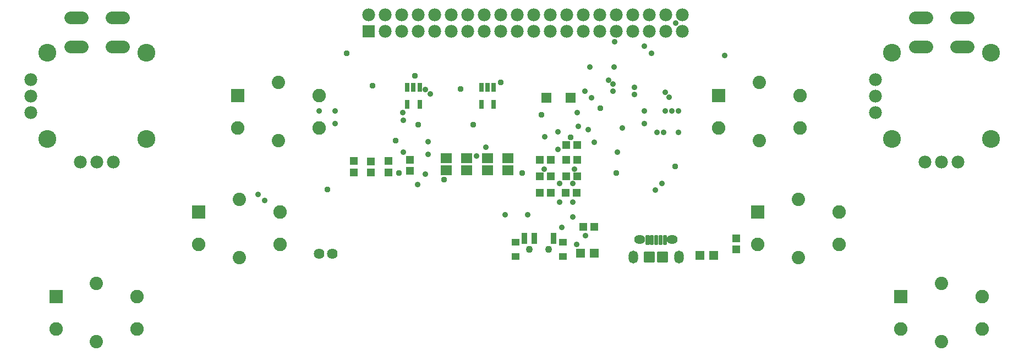
<source format=gbr>
G04 EAGLE Gerber RS-274X export*
G75*
%MOMM*%
%FSLAX34Y34*%
%LPD*%
%INSoldermask Bottom*%
%IPPOS*%
%AMOC8*
5,1,8,0,0,1.08239X$1,22.5*%
G01*
%ADD10R,1.703200X1.503200*%
%ADD11R,1.203200X1.303200*%
%ADD12R,1.403200X1.403200*%
%ADD13R,1.603200X1.603200*%
%ADD14C,0.243838*%
%ADD15C,0.362709*%
%ADD16C,1.411200*%
%ADD17C,1.473200*%
%ADD18R,1.303200X1.203200*%
%ADD19R,1.203200X1.003200*%
%ADD20R,0.903200X1.703200*%
%ADD21C,1.103200*%
%ADD22C,2.743200*%
%ADD23C,1.981200*%
%ADD24C,1.981200*%
%ADD25R,0.753200X1.403200*%
%ADD26R,1.981200X1.981200*%
%ADD27R,2.078200X2.078200*%
%ADD28C,2.078200*%
%ADD29C,2.053200*%
%ADD30C,1.625600*%
%ADD31C,0.959600*%
%ADD32C,0.909600*%


D10*
X783000Y748400D03*
X783000Y729400D03*
X688200Y748400D03*
X688200Y729400D03*
D11*
X632000Y745800D03*
X632000Y728800D03*
D10*
X751400Y748400D03*
X751400Y729400D03*
X719800Y748400D03*
X719800Y729400D03*
D12*
X1099500Y598300D03*
X1078500Y598300D03*
D13*
X842200Y841300D03*
X879200Y841300D03*
D14*
X1022179Y629002D02*
X1025837Y629002D01*
X1025837Y615946D01*
X1022179Y615946D01*
X1022179Y629002D01*
X1022179Y618262D02*
X1025837Y618262D01*
X1025837Y620578D02*
X1022179Y620578D01*
X1022179Y622894D02*
X1025837Y622894D01*
X1025837Y625210D02*
X1022179Y625210D01*
X1022179Y627526D02*
X1025837Y627526D01*
X1019233Y629002D02*
X1015575Y629002D01*
X1019233Y629002D02*
X1019233Y615946D01*
X1015575Y615946D01*
X1015575Y629002D01*
X1015575Y618262D02*
X1019233Y618262D01*
X1019233Y620578D02*
X1015575Y620578D01*
X1015575Y622894D02*
X1019233Y622894D01*
X1019233Y625210D02*
X1015575Y625210D01*
X1015575Y627526D02*
X1019233Y627526D01*
X1012629Y629002D02*
X1008971Y629002D01*
X1012629Y629002D02*
X1012629Y615946D01*
X1008971Y615946D01*
X1008971Y629002D01*
X1008971Y618262D02*
X1012629Y618262D01*
X1012629Y620578D02*
X1008971Y620578D01*
X1008971Y622894D02*
X1012629Y622894D01*
X1012629Y625210D02*
X1008971Y625210D01*
X1008971Y627526D02*
X1012629Y627526D01*
X1006025Y629002D02*
X1002367Y629002D01*
X1006025Y629002D02*
X1006025Y615946D01*
X1002367Y615946D01*
X1002367Y629002D01*
X1002367Y618262D02*
X1006025Y618262D01*
X1006025Y620578D02*
X1002367Y620578D01*
X1002367Y622894D02*
X1006025Y622894D01*
X1006025Y625210D02*
X1002367Y625210D01*
X1002367Y627526D02*
X1006025Y627526D01*
X999421Y629002D02*
X995763Y629002D01*
X999421Y629002D02*
X999421Y615946D01*
X995763Y615946D01*
X995763Y629002D01*
X995763Y618262D02*
X999421Y618262D01*
X999421Y620578D02*
X995763Y620578D01*
X995763Y622894D02*
X999421Y622894D01*
X999421Y625210D02*
X995763Y625210D01*
X995763Y627526D02*
X999421Y627526D01*
D15*
X1014137Y602373D02*
X1027783Y602373D01*
X1027783Y588727D01*
X1014137Y588727D01*
X1014137Y602373D01*
X1014137Y592173D02*
X1027783Y592173D01*
X1027783Y595619D02*
X1014137Y595619D01*
X1014137Y599065D02*
X1027783Y599065D01*
X1007463Y602373D02*
X993817Y602373D01*
X1007463Y602373D02*
X1007463Y588727D01*
X993817Y588727D01*
X993817Y602373D01*
X993817Y592173D02*
X1007463Y592173D01*
X1007463Y595619D02*
X993817Y595619D01*
X993817Y599065D02*
X1007463Y599065D01*
D16*
X1036962Y622474D03*
X1034422Y622474D03*
X1035692Y622474D03*
X987178Y622474D03*
X984638Y622474D03*
X986162Y622474D03*
D17*
X1045852Y598090D03*
X975748Y598090D03*
X1045852Y593010D03*
X1045852Y595296D03*
X975748Y593010D03*
X975748Y595550D03*
D12*
X894600Y601700D03*
X915600Y601700D03*
D11*
X889400Y720200D03*
X872400Y720200D03*
X889200Y694700D03*
X872200Y694700D03*
X1134200Y607400D03*
X1134200Y624400D03*
X572400Y743300D03*
X572400Y726300D03*
X916000Y642000D03*
X899000Y642000D03*
X889500Y745700D03*
X872500Y745700D03*
X599200Y726500D03*
X599200Y743500D03*
D18*
X889500Y768500D03*
X872500Y768500D03*
D11*
X546000Y726500D03*
X546000Y743500D03*
D19*
X867500Y596400D03*
X867500Y618400D03*
X794500Y618400D03*
X794500Y596400D03*
D20*
X808500Y624900D03*
X823500Y624900D03*
X853500Y624900D03*
D21*
X846000Y607400D03*
X816000Y607400D03*
D22*
X1373500Y910675D03*
X1525900Y910675D03*
X1525900Y777325D03*
X1373500Y777325D03*
D23*
X1475100Y742400D03*
X1449700Y742400D03*
X1424300Y742400D03*
X1348100Y844000D03*
X1348100Y818600D03*
X1348100Y869400D03*
D24*
X1472560Y920200D02*
X1490340Y920200D01*
X1426840Y920200D02*
X1409060Y920200D01*
X1409060Y965200D02*
X1426840Y965200D01*
X1472560Y965200D02*
X1490340Y965200D01*
D22*
X74300Y910675D03*
X226700Y910675D03*
X226700Y777325D03*
X74300Y777325D03*
D23*
X175900Y742400D03*
X150500Y742400D03*
X125100Y742400D03*
X48900Y844000D03*
X48900Y818600D03*
X48900Y869400D03*
D24*
X173360Y920200D02*
X191140Y920200D01*
X127640Y920200D02*
X109860Y920200D01*
X109860Y965200D02*
X127640Y965200D01*
X173360Y965200D02*
X191140Y965200D01*
D25*
X628200Y857401D03*
X637700Y857401D03*
X647200Y857401D03*
X647200Y831399D03*
X628200Y831399D03*
X742300Y857401D03*
X751800Y857401D03*
X761300Y857401D03*
X761300Y831399D03*
X742300Y831399D03*
D26*
X568600Y944000D03*
D23*
X568600Y969400D03*
X594000Y944000D03*
X594000Y969400D03*
X619400Y944000D03*
X619400Y969400D03*
X644800Y944000D03*
X644800Y969400D03*
X670200Y944000D03*
X670200Y969400D03*
X695600Y944000D03*
X695600Y969400D03*
X721000Y944000D03*
X721000Y969400D03*
X746400Y944000D03*
X746400Y969400D03*
X771800Y944000D03*
X771800Y969400D03*
X797200Y944000D03*
X797200Y969400D03*
X822600Y944000D03*
X822600Y969400D03*
X848000Y944000D03*
X848000Y969400D03*
X873400Y944000D03*
X873400Y969400D03*
X898800Y944000D03*
X898800Y969400D03*
X924200Y944000D03*
X924200Y969400D03*
X949600Y944000D03*
X949600Y969400D03*
X975000Y944000D03*
X975000Y969400D03*
X1000400Y944000D03*
X1000400Y969400D03*
X1025800Y944000D03*
X1025800Y969400D03*
X1051200Y944000D03*
X1051200Y969400D03*
D11*
X832000Y745600D03*
X849000Y745600D03*
X832000Y694700D03*
X849000Y694700D03*
X832000Y720100D03*
X849000Y720100D03*
D27*
X87500Y535000D03*
D28*
X87500Y485000D03*
X212500Y535000D03*
X212500Y485000D03*
D29*
X150000Y555000D03*
X150000Y465000D03*
D27*
X1107500Y845000D03*
D28*
X1107500Y795000D03*
X1232500Y845000D03*
X1232500Y795000D03*
D29*
X1170000Y865000D03*
X1170000Y775000D03*
D27*
X1167500Y665000D03*
D28*
X1167500Y615000D03*
X1292500Y665000D03*
X1292500Y615000D03*
D29*
X1230000Y685000D03*
X1230000Y595000D03*
D27*
X1387500Y535000D03*
D28*
X1387500Y485000D03*
X1512500Y535000D03*
X1512500Y485000D03*
D29*
X1450000Y555000D03*
X1450000Y465000D03*
D27*
X307500Y665000D03*
D28*
X307500Y615000D03*
X432500Y665000D03*
X432500Y615000D03*
D29*
X370000Y685000D03*
X370000Y595000D03*
D27*
X367500Y845000D03*
D28*
X367500Y795000D03*
X492500Y845000D03*
X492500Y795000D03*
D29*
X430000Y865000D03*
X430000Y775000D03*
D30*
X512500Y600800D03*
X492500Y600800D03*
D31*
X640000Y875000D03*
X771832Y865000D03*
X805000Y725000D03*
X879468Y780000D03*
X685000Y715000D03*
X615000Y725000D03*
X1040000Y735000D03*
X950000Y725000D03*
X730000Y800000D03*
X575000Y860000D03*
X505000Y700000D03*
X925000Y825000D03*
X835000Y815000D03*
X710000Y855000D03*
X535000Y910000D03*
X610000Y775000D03*
X645000Y800000D03*
D32*
X958750Y795000D03*
X977500Y857500D03*
X911250Y841250D03*
X901250Y851250D03*
X663750Y847500D03*
X622500Y806250D03*
X902500Y628750D03*
X888750Y615000D03*
X1116250Y906250D03*
X977500Y846250D03*
X891250Y797500D03*
X778750Y661250D03*
X408750Y682500D03*
X398750Y692500D03*
X1031250Y842500D03*
X1025000Y850000D03*
X882500Y708750D03*
X813750Y661250D03*
X992500Y921250D03*
X1003750Y910000D03*
X1025000Y821250D03*
X1012500Y787500D03*
X916250Y772500D03*
X906250Y792500D03*
X517500Y801250D03*
X517500Y821250D03*
X1022500Y787500D03*
X1035000Y821250D03*
X492500Y821250D03*
X882500Y657500D03*
X866250Y641250D03*
X660000Y773750D03*
X660000Y753750D03*
X622500Y757500D03*
X656250Y723750D03*
X643750Y707500D03*
X748750Y765000D03*
X735000Y751250D03*
X1010000Y698750D03*
X1020000Y708750D03*
X951250Y757500D03*
X890000Y818750D03*
X860000Y761250D03*
X840000Y781250D03*
X621250Y818750D03*
X656250Y853750D03*
X945000Y851250D03*
X937500Y868750D03*
X945000Y862500D03*
X946250Y888750D03*
X862500Y708750D03*
X885000Y731250D03*
X992500Y821250D03*
X992500Y801250D03*
X862500Y680000D03*
X882500Y680000D03*
X1045000Y821250D03*
X1045000Y787500D03*
X838750Y731250D03*
X860000Y788750D03*
X908750Y888750D03*
X947500Y927500D03*
X1041250Y956250D03*
M02*

</source>
